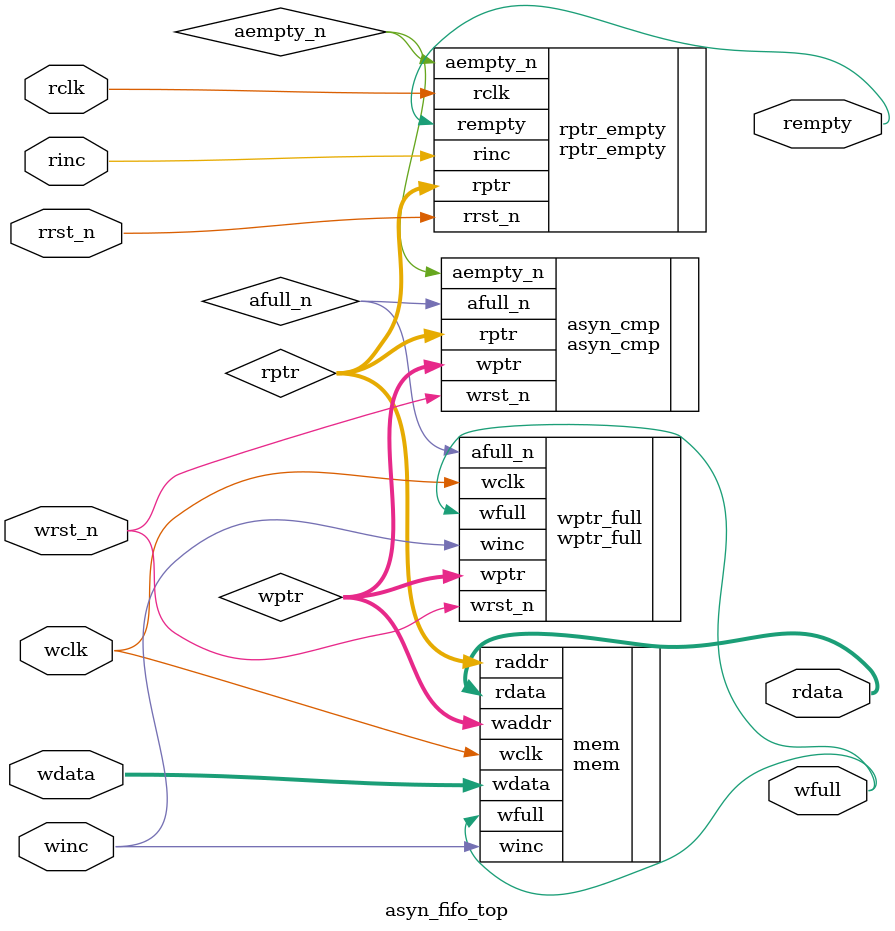
<source format=v>
module asyn_fifo_top #(
    parameter DATA_WD = 8,
    parameter ADDR_WD = 4
)(
    input                  wclk,
    input                  wrst_n,
    input                  winc,
    input  [DATA_WD-1 : 0] wdata,
    output                 wfull,

    input                  rclk,
    input                  rrst_n,
    input                  rinc,
    output                 rempty,
    output [DATA_WD-1 : 0] rdata             
);

wire [ADDR_WD-1 : 0] wptr,    rptr;
wire                 afull_n, aempty_n;

mem #(
    .ADDR_WD(ADDR_WD),
    .DATA_WD(DATA_WD)
) mem(
    .wclk(wclk),
    .winc(winc),
    .wfull(wfull),
    .wdata(wdata),
    .rdata(rdata),
    .waddr(wptr),
    .raddr(rptr)
);

wptr_full #(
    .ADDR_WD(ADDR_WD)
) wptr_full(
    .wclk(wclk),
    .winc(winc),
    .wfull(wfull),
    .wrst_n(wrst_n),
    .afull_n(afull_n),
    .wptr(wptr)
);

rptr_empty #(
    .ADDR_WD(ADDR_WD)
) rptr_empty(
    .rclk(rclk),
    .rinc(rinc),
    .rempty(rempty),
    .rrst_n(rrst_n),
    .aempty_n(aempty_n),
    .rptr(rptr)
);

asyn_cmp #(
    .ADDR_WD(ADDR_WD)
) asyn_cmp(
    .rptr(rptr),
    .wptr(wptr),
    .wrst_n(wrst_n),
    .afull_n(afull_n),
    .aempty_n(aempty_n)
);

endmodule

</source>
